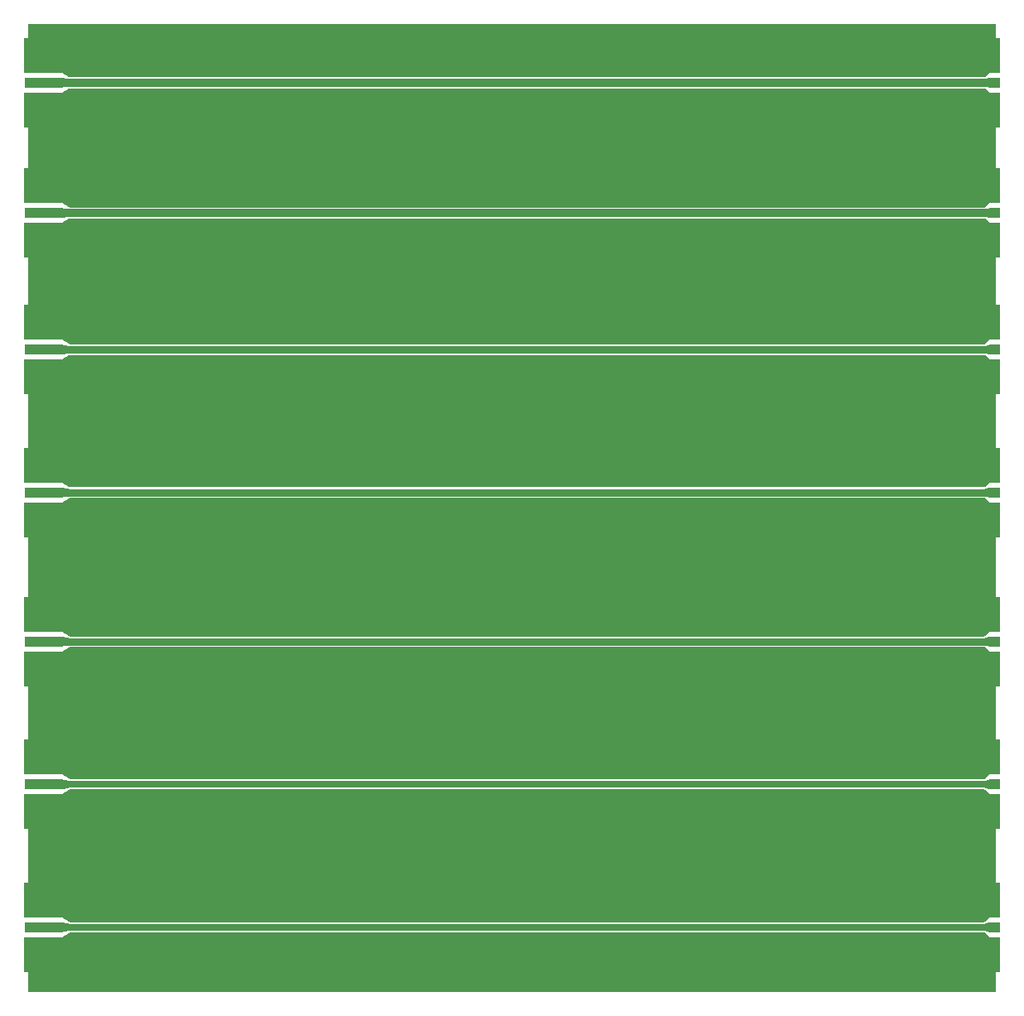
<source format=gtl>
G04 EAGLE Gerber RS-274X export*
G75*
%MOMM*%
%FSLAX34Y34*%
%LPD*%
%INTop Copper Layer*%
%IPPOS*%
%AMOC8*
5,1,8,0,0,1.08239X$1,22.5*%
G01*
%ADD10R,4.572000X2.540000*%
%ADD11R,1.016000X1.016000*%
%ADD12C,0.554000*%
%ADD13R,0.127000X0.127000*%
%ADD14R,3.810000X1.016000*%
%ADD15C,0.704000*%
%ADD16C,0.685800*%
%ADD17C,0.711200*%
%ADD18C,0.762000*%
%ADD19C,0.787400*%
%ADD20C,0.812800*%
%ADD21C,0.838200*%
%ADD22C,0.736600*%

G36*
X980726Y367172D02*
X980726Y367172D01*
X980817Y367180D01*
X980847Y367192D01*
X980879Y367197D01*
X980959Y367240D01*
X981044Y367276D01*
X981076Y367302D01*
X981086Y367307D01*
X981089Y367308D01*
X981191Y367324D01*
X981208Y367334D01*
X981228Y367338D01*
X981317Y367391D01*
X981408Y367440D01*
X981422Y367454D01*
X981439Y367464D01*
X981506Y367543D01*
X981578Y367618D01*
X981586Y367636D01*
X981599Y367651D01*
X981628Y367723D01*
X981686Y367772D01*
X981701Y367790D01*
X981705Y367793D01*
X981705Y367792D01*
X981706Y367791D01*
X981706Y367789D01*
X981708Y367789D01*
X981709Y367787D01*
X981711Y367789D01*
X981713Y367788D01*
X986792Y372105D01*
X996950Y372105D01*
X996955Y372109D01*
X996955Y372110D01*
X996955Y382270D01*
X996951Y382275D01*
X996950Y382275D01*
X993139Y382275D01*
X993139Y494025D01*
X996950Y494025D01*
X996955Y494029D01*
X996955Y494030D01*
X996955Y504190D01*
X996951Y504195D01*
X996950Y504195D01*
X986792Y504195D01*
X981713Y508512D01*
X981712Y508512D01*
X981711Y508513D01*
X981709Y508512D01*
X981707Y508512D01*
X981707Y508509D01*
X981705Y508508D01*
X981705Y508507D01*
X981686Y508528D01*
X981633Y508573D01*
X981603Y508623D01*
X981554Y508714D01*
X981540Y508728D01*
X981530Y508745D01*
X981451Y508812D01*
X981376Y508884D01*
X981358Y508892D01*
X981343Y508905D01*
X981247Y508944D01*
X981153Y508987D01*
X981133Y508989D01*
X981115Y508997D01*
X980948Y509015D01*
X46482Y509015D01*
X46462Y509012D01*
X46443Y509014D01*
X46341Y508992D01*
X46239Y508976D01*
X46222Y508966D01*
X46202Y508962D01*
X46113Y508909D01*
X46022Y508860D01*
X46008Y508846D01*
X45991Y508836D01*
X45924Y508757D01*
X45852Y508682D01*
X45844Y508664D01*
X45831Y508649D01*
X45792Y508553D01*
X45749Y508459D01*
X45747Y508439D01*
X45739Y508421D01*
X45721Y508258D01*
X45721Y508259D01*
X45719Y508258D01*
X45717Y508258D01*
X38945Y504195D01*
X0Y504195D01*
X-5Y504191D01*
X-5Y504190D01*
X-5Y494030D01*
X-1Y494025D01*
X0Y494025D01*
X4518Y494025D01*
X4431Y494006D01*
X4329Y493990D01*
X4312Y493980D01*
X4292Y493976D01*
X4203Y493923D01*
X4112Y493874D01*
X4098Y493860D01*
X4081Y493850D01*
X4014Y493771D01*
X3942Y493696D01*
X3934Y493678D01*
X3921Y493663D01*
X3882Y493567D01*
X3839Y493473D01*
X3837Y493453D01*
X3829Y493435D01*
X3811Y493268D01*
X3811Y383032D01*
X3814Y383012D01*
X3812Y382993D01*
X3834Y382891D01*
X3850Y382789D01*
X3860Y382772D01*
X3864Y382752D01*
X3917Y382663D01*
X3966Y382572D01*
X3980Y382558D01*
X3990Y382541D01*
X4069Y382474D01*
X4144Y382402D01*
X4162Y382394D01*
X4177Y382381D01*
X4273Y382342D01*
X4367Y382299D01*
X4387Y382297D01*
X4405Y382289D01*
X4533Y382275D01*
X0Y382275D01*
X-5Y382271D01*
X-5Y382270D01*
X-5Y372110D01*
X-1Y372105D01*
X0Y372105D01*
X38945Y372105D01*
X45717Y368042D01*
X45719Y368042D01*
X45719Y368041D01*
X45721Y368042D01*
X45724Y368026D01*
X45722Y368007D01*
X45744Y367905D01*
X45760Y367803D01*
X45770Y367786D01*
X45774Y367766D01*
X45827Y367677D01*
X45876Y367586D01*
X45890Y367572D01*
X45900Y367555D01*
X45979Y367488D01*
X46054Y367416D01*
X46072Y367408D01*
X46087Y367395D01*
X46183Y367356D01*
X46277Y367313D01*
X46297Y367311D01*
X46315Y367303D01*
X46364Y367298D01*
X46399Y367268D01*
X46429Y367256D01*
X46455Y367237D01*
X46542Y367210D01*
X46627Y367176D01*
X46668Y367172D01*
X46690Y367165D01*
X46723Y367166D01*
X46794Y367158D01*
X980636Y367158D01*
X980726Y367172D01*
G37*
G36*
X980248Y74814D02*
X980248Y74814D01*
X980309Y74814D01*
X980368Y74833D01*
X980430Y74843D01*
X980484Y74872D01*
X980542Y74892D01*
X980592Y74929D01*
X980647Y74959D01*
X980656Y74968D01*
X980726Y74986D01*
X980834Y75032D01*
X980949Y75081D01*
X980950Y75082D01*
X980952Y75083D01*
X980957Y75087D01*
X981080Y75186D01*
X981104Y75210D01*
X981191Y75224D01*
X981208Y75234D01*
X981228Y75238D01*
X981317Y75291D01*
X981408Y75340D01*
X981422Y75354D01*
X981439Y75364D01*
X981506Y75443D01*
X981578Y75518D01*
X981586Y75536D01*
X981599Y75551D01*
X981628Y75623D01*
X981686Y75672D01*
X981701Y75690D01*
X981705Y75693D01*
X981705Y75692D01*
X981706Y75691D01*
X981706Y75689D01*
X981708Y75689D01*
X981709Y75687D01*
X981711Y75689D01*
X981713Y75688D01*
X986792Y80005D01*
X996950Y80005D01*
X996955Y80009D01*
X996955Y80010D01*
X996955Y90170D01*
X996951Y90175D01*
X996950Y90175D01*
X993139Y90175D01*
X993139Y195575D01*
X996950Y195575D01*
X996955Y195579D01*
X996955Y195580D01*
X996955Y205740D01*
X996951Y205745D01*
X996950Y205745D01*
X986792Y205745D01*
X981713Y210062D01*
X981712Y210062D01*
X981711Y210063D01*
X981709Y210062D01*
X981707Y210062D01*
X981707Y210059D01*
X981705Y210058D01*
X981705Y210057D01*
X981686Y210078D01*
X981633Y210123D01*
X981603Y210173D01*
X981554Y210264D01*
X981540Y210278D01*
X981530Y210295D01*
X981451Y210362D01*
X981376Y210434D01*
X981358Y210442D01*
X981343Y210455D01*
X981247Y210494D01*
X981153Y210537D01*
X981133Y210539D01*
X981115Y210547D01*
X981095Y210549D01*
X981080Y210564D01*
X980982Y210635D01*
X980883Y210706D01*
X980881Y210707D01*
X980880Y210708D01*
X980873Y210710D01*
X980726Y210764D01*
X980597Y210797D01*
X980588Y210797D01*
X980579Y210801D01*
X980413Y210819D01*
X47078Y210819D01*
X47047Y210814D01*
X47016Y210817D01*
X46926Y210794D01*
X46835Y210780D01*
X46808Y210765D01*
X46778Y210758D01*
X46699Y210708D01*
X46699Y210707D01*
X46693Y210706D01*
X46666Y210697D01*
X46637Y210695D01*
X46550Y210658D01*
X46460Y210627D01*
X46438Y210610D01*
X46411Y210599D01*
X46340Y210542D01*
X46239Y210526D01*
X46222Y210516D01*
X46202Y210512D01*
X46113Y210459D01*
X46022Y210410D01*
X46008Y210396D01*
X45991Y210386D01*
X45924Y210307D01*
X45852Y210232D01*
X45844Y210214D01*
X45831Y210199D01*
X45792Y210103D01*
X45749Y210009D01*
X45747Y209989D01*
X45739Y209971D01*
X45721Y209808D01*
X45721Y209809D01*
X45719Y209808D01*
X45717Y209808D01*
X38945Y205745D01*
X0Y205745D01*
X-5Y205741D01*
X-5Y205740D01*
X-5Y195580D01*
X-1Y195575D01*
X0Y195575D01*
X4518Y195575D01*
X4431Y195556D01*
X4329Y195540D01*
X4312Y195530D01*
X4292Y195526D01*
X4203Y195473D01*
X4112Y195424D01*
X4098Y195410D01*
X4081Y195400D01*
X4014Y195321D01*
X3942Y195246D01*
X3934Y195228D01*
X3921Y195213D01*
X3882Y195117D01*
X3839Y195023D01*
X3837Y195003D01*
X3829Y194985D01*
X3811Y194818D01*
X3811Y90932D01*
X3814Y90912D01*
X3812Y90893D01*
X3834Y90791D01*
X3850Y90689D01*
X3860Y90672D01*
X3864Y90652D01*
X3917Y90563D01*
X3966Y90472D01*
X3980Y90458D01*
X3990Y90441D01*
X4069Y90374D01*
X4144Y90302D01*
X4162Y90294D01*
X4177Y90281D01*
X4273Y90242D01*
X4367Y90199D01*
X4387Y90197D01*
X4405Y90189D01*
X4533Y90175D01*
X0Y90175D01*
X-5Y90171D01*
X-5Y90170D01*
X-5Y80010D01*
X-1Y80005D01*
X0Y80005D01*
X38945Y80005D01*
X45717Y75942D01*
X45719Y75942D01*
X45719Y75941D01*
X45721Y75942D01*
X45724Y75926D01*
X45722Y75907D01*
X45744Y75805D01*
X45760Y75703D01*
X45770Y75686D01*
X45774Y75666D01*
X45827Y75577D01*
X45876Y75486D01*
X45890Y75472D01*
X45900Y75455D01*
X45979Y75388D01*
X46054Y75316D01*
X46072Y75308D01*
X46087Y75295D01*
X46183Y75256D01*
X46277Y75213D01*
X46297Y75211D01*
X46315Y75203D01*
X46352Y75199D01*
X46403Y75168D01*
X46480Y75113D01*
X46507Y75104D01*
X46532Y75089D01*
X46587Y75073D01*
X46657Y75014D01*
X46722Y74948D01*
X46750Y74934D01*
X46774Y74914D01*
X46860Y74879D01*
X46942Y74838D01*
X46973Y74834D01*
X47002Y74822D01*
X47169Y74804D01*
X980187Y74804D01*
X980248Y74814D01*
G37*
G36*
X980422Y220982D02*
X980422Y220982D01*
X980431Y220981D01*
X980597Y221003D01*
X980726Y221036D01*
X980835Y221083D01*
X980949Y221131D01*
X980950Y221132D01*
X980952Y221133D01*
X980956Y221137D01*
X981080Y221236D01*
X981104Y221260D01*
X981191Y221274D01*
X981208Y221284D01*
X981228Y221288D01*
X981317Y221341D01*
X981408Y221390D01*
X981422Y221404D01*
X981439Y221414D01*
X981506Y221493D01*
X981578Y221568D01*
X981586Y221586D01*
X981599Y221601D01*
X981628Y221673D01*
X981686Y221722D01*
X981701Y221740D01*
X981705Y221743D01*
X981705Y221742D01*
X981706Y221741D01*
X981706Y221739D01*
X981708Y221739D01*
X981709Y221737D01*
X981711Y221739D01*
X981713Y221738D01*
X986792Y226055D01*
X996950Y226055D01*
X996955Y226059D01*
X996955Y226060D01*
X996955Y236220D01*
X996951Y236225D01*
X996950Y236225D01*
X993139Y236225D01*
X993139Y341625D01*
X996950Y341625D01*
X996955Y341629D01*
X996955Y341630D01*
X996955Y351790D01*
X996951Y351795D01*
X996950Y351795D01*
X986792Y351795D01*
X981713Y356112D01*
X981712Y356112D01*
X981711Y356113D01*
X981709Y356112D01*
X981707Y356112D01*
X981707Y356109D01*
X981705Y356108D01*
X981705Y356107D01*
X981686Y356128D01*
X981633Y356173D01*
X981603Y356223D01*
X981554Y356314D01*
X981540Y356328D01*
X981530Y356345D01*
X981451Y356412D01*
X981376Y356484D01*
X981358Y356492D01*
X981343Y356505D01*
X981247Y356544D01*
X981153Y356587D01*
X981133Y356589D01*
X981115Y356597D01*
X981066Y356602D01*
X981031Y356632D01*
X981001Y356644D01*
X980975Y356663D01*
X980888Y356690D01*
X980803Y356724D01*
X980762Y356728D01*
X980740Y356735D01*
X980707Y356734D01*
X980636Y356742D01*
X46794Y356742D01*
X46704Y356728D01*
X46613Y356720D01*
X46583Y356708D01*
X46551Y356703D01*
X46471Y356660D01*
X46386Y356624D01*
X46354Y356598D01*
X46344Y356593D01*
X46341Y356592D01*
X46239Y356576D01*
X46222Y356566D01*
X46202Y356562D01*
X46113Y356509D01*
X46022Y356460D01*
X46008Y356446D01*
X45991Y356436D01*
X45924Y356357D01*
X45852Y356282D01*
X45844Y356264D01*
X45831Y356249D01*
X45792Y356153D01*
X45749Y356059D01*
X45747Y356039D01*
X45739Y356021D01*
X45721Y355858D01*
X45721Y355859D01*
X45719Y355858D01*
X45717Y355858D01*
X38945Y351795D01*
X0Y351795D01*
X-5Y351791D01*
X-5Y351790D01*
X-5Y341630D01*
X-1Y341625D01*
X0Y341625D01*
X4518Y341625D01*
X4431Y341606D01*
X4329Y341590D01*
X4312Y341580D01*
X4292Y341576D01*
X4203Y341523D01*
X4112Y341474D01*
X4098Y341460D01*
X4081Y341450D01*
X4014Y341371D01*
X3942Y341296D01*
X3934Y341278D01*
X3921Y341263D01*
X3882Y341167D01*
X3839Y341073D01*
X3837Y341053D01*
X3829Y341035D01*
X3811Y340868D01*
X3811Y236982D01*
X3814Y236962D01*
X3812Y236943D01*
X3834Y236841D01*
X3850Y236739D01*
X3860Y236722D01*
X3864Y236702D01*
X3917Y236613D01*
X3966Y236522D01*
X3980Y236508D01*
X3990Y236491D01*
X4069Y236424D01*
X4144Y236352D01*
X4162Y236344D01*
X4177Y236331D01*
X4273Y236292D01*
X4367Y236249D01*
X4387Y236247D01*
X4405Y236239D01*
X4533Y236225D01*
X0Y236225D01*
X-5Y236221D01*
X-5Y236220D01*
X-5Y226060D01*
X-1Y226055D01*
X0Y226055D01*
X38945Y226055D01*
X45717Y221992D01*
X45719Y221992D01*
X45719Y221991D01*
X45721Y221992D01*
X45724Y221976D01*
X45722Y221957D01*
X45744Y221855D01*
X45760Y221753D01*
X45770Y221736D01*
X45774Y221716D01*
X45827Y221627D01*
X45876Y221536D01*
X45890Y221522D01*
X45900Y221505D01*
X45979Y221438D01*
X46054Y221366D01*
X46072Y221358D01*
X46087Y221345D01*
X46183Y221306D01*
X46277Y221263D01*
X46297Y221261D01*
X46315Y221253D01*
X46352Y221249D01*
X46403Y221218D01*
X46480Y221163D01*
X46507Y221154D01*
X46532Y221139D01*
X46674Y221099D01*
X46683Y221091D01*
X46769Y221056D01*
X46852Y221015D01*
X46882Y221011D01*
X46911Y220999D01*
X47078Y220981D01*
X980413Y220981D01*
X980422Y220982D01*
G37*
G36*
X980968Y519688D02*
X980968Y519688D01*
X980987Y519686D01*
X981089Y519708D01*
X981191Y519724D01*
X981208Y519734D01*
X981228Y519738D01*
X981317Y519791D01*
X981408Y519840D01*
X981422Y519854D01*
X981439Y519864D01*
X981506Y519943D01*
X981578Y520018D01*
X981586Y520036D01*
X981599Y520051D01*
X981628Y520123D01*
X981686Y520172D01*
X981701Y520190D01*
X981705Y520193D01*
X981705Y520192D01*
X981706Y520191D01*
X981706Y520189D01*
X981708Y520189D01*
X981709Y520187D01*
X981711Y520189D01*
X981713Y520188D01*
X986792Y524505D01*
X996950Y524505D01*
X996955Y524509D01*
X996955Y524510D01*
X996955Y534670D01*
X996951Y534675D01*
X996950Y534675D01*
X993139Y534675D01*
X993139Y640075D01*
X996950Y640075D01*
X996955Y640079D01*
X996955Y640080D01*
X996955Y650240D01*
X996951Y650245D01*
X996950Y650245D01*
X986792Y650245D01*
X981713Y654562D01*
X981712Y654562D01*
X981711Y654563D01*
X981709Y654562D01*
X981707Y654562D01*
X981707Y654559D01*
X981705Y654558D01*
X981705Y654557D01*
X981686Y654578D01*
X981475Y654757D01*
X981423Y654788D01*
X981377Y654828D01*
X981318Y654851D01*
X981264Y654884D01*
X981205Y654897D01*
X981148Y654920D01*
X981056Y654930D01*
X981024Y654937D01*
X981008Y654935D01*
X980982Y654938D01*
X46482Y654938D01*
X46462Y654935D01*
X46443Y654937D01*
X46341Y654915D01*
X46239Y654899D01*
X46222Y654889D01*
X46202Y654885D01*
X46113Y654832D01*
X46022Y654783D01*
X46008Y654769D01*
X45991Y654759D01*
X45924Y654680D01*
X45852Y654605D01*
X45844Y654587D01*
X45831Y654572D01*
X45792Y654476D01*
X45749Y654382D01*
X45747Y654362D01*
X45739Y654344D01*
X45725Y654216D01*
X45725Y654304D01*
X45724Y654305D01*
X45725Y654306D01*
X45723Y654307D01*
X45721Y654309D01*
X45719Y654308D01*
X45717Y654308D01*
X38945Y650245D01*
X0Y650245D01*
X-5Y650241D01*
X-5Y650240D01*
X-5Y640080D01*
X-1Y640075D01*
X0Y640075D01*
X4518Y640075D01*
X4431Y640056D01*
X4329Y640040D01*
X4312Y640030D01*
X4292Y640026D01*
X4203Y639973D01*
X4112Y639924D01*
X4098Y639910D01*
X4081Y639900D01*
X4014Y639821D01*
X3942Y639746D01*
X3934Y639728D01*
X3921Y639713D01*
X3882Y639617D01*
X3839Y639523D01*
X3837Y639503D01*
X3829Y639485D01*
X3811Y639318D01*
X3811Y535432D01*
X3814Y535412D01*
X3812Y535393D01*
X3834Y535291D01*
X3850Y535189D01*
X3860Y535172D01*
X3864Y535152D01*
X3917Y535063D01*
X3966Y534972D01*
X3980Y534958D01*
X3990Y534941D01*
X4069Y534874D01*
X4144Y534802D01*
X4162Y534794D01*
X4177Y534781D01*
X4273Y534742D01*
X4367Y534699D01*
X4387Y534697D01*
X4405Y534689D01*
X4533Y534675D01*
X0Y534675D01*
X-5Y534671D01*
X-5Y534670D01*
X-5Y524510D01*
X-1Y524505D01*
X0Y524505D01*
X38945Y524505D01*
X45717Y520442D01*
X45719Y520442D01*
X45719Y520441D01*
X45721Y520442D01*
X45724Y520426D01*
X45722Y520407D01*
X45744Y520305D01*
X45760Y520203D01*
X45770Y520186D01*
X45774Y520166D01*
X45827Y520077D01*
X45876Y519986D01*
X45890Y519972D01*
X45900Y519955D01*
X45979Y519888D01*
X46054Y519816D01*
X46072Y519808D01*
X46087Y519795D01*
X46183Y519756D01*
X46277Y519713D01*
X46297Y519711D01*
X46315Y519703D01*
X46482Y519685D01*
X980948Y519685D01*
X980968Y519688D01*
G37*
G36*
X981042Y665872D02*
X981042Y665872D01*
X981102Y665871D01*
X981162Y665891D01*
X981224Y665901D01*
X981278Y665930D01*
X981336Y665949D01*
X981413Y666001D01*
X981442Y666017D01*
X981453Y666028D01*
X981475Y666043D01*
X981686Y666222D01*
X981701Y666240D01*
X981705Y666243D01*
X981705Y666242D01*
X981706Y666241D01*
X981706Y666239D01*
X981708Y666239D01*
X981709Y666237D01*
X981711Y666239D01*
X981713Y666238D01*
X986792Y670555D01*
X996950Y670555D01*
X996955Y670559D01*
X996955Y670560D01*
X996955Y680720D01*
X996951Y680725D01*
X996950Y680725D01*
X993139Y680725D01*
X993139Y779775D01*
X996950Y779775D01*
X996955Y779779D01*
X996955Y779780D01*
X996955Y789940D01*
X996951Y789945D01*
X996950Y789945D01*
X986792Y789945D01*
X981713Y794262D01*
X981712Y794262D01*
X981711Y794263D01*
X981709Y794262D01*
X981707Y794262D01*
X981707Y794259D01*
X981705Y794258D01*
X981705Y794257D01*
X981686Y794278D01*
X981624Y794330D01*
X981572Y794361D01*
X981526Y794401D01*
X981467Y794424D01*
X981413Y794457D01*
X981354Y794470D01*
X981298Y794493D01*
X981205Y794503D01*
X981173Y794510D01*
X981157Y794508D01*
X981131Y794511D01*
X46482Y794511D01*
X46462Y794508D01*
X46443Y794510D01*
X46341Y794488D01*
X46239Y794472D01*
X46222Y794462D01*
X46202Y794458D01*
X46113Y794405D01*
X46022Y794356D01*
X46008Y794342D01*
X45991Y794332D01*
X45924Y794253D01*
X45852Y794178D01*
X45844Y794160D01*
X45831Y794145D01*
X45792Y794049D01*
X45749Y793955D01*
X45747Y793935D01*
X45739Y793917D01*
X45725Y793789D01*
X45725Y794004D01*
X45724Y794005D01*
X45725Y794006D01*
X45723Y794007D01*
X45721Y794009D01*
X45719Y794008D01*
X45717Y794008D01*
X38945Y789945D01*
X0Y789945D01*
X-5Y789941D01*
X-5Y789940D01*
X-5Y779780D01*
X-1Y779775D01*
X0Y779775D01*
X4518Y779775D01*
X4431Y779756D01*
X4329Y779740D01*
X4312Y779730D01*
X4292Y779726D01*
X4203Y779673D01*
X4112Y779624D01*
X4098Y779610D01*
X4081Y779600D01*
X4014Y779521D01*
X3942Y779446D01*
X3934Y779428D01*
X3921Y779413D01*
X3882Y779317D01*
X3839Y779223D01*
X3837Y779203D01*
X3829Y779185D01*
X3811Y779018D01*
X3811Y681482D01*
X3814Y681462D01*
X3812Y681443D01*
X3834Y681341D01*
X3850Y681239D01*
X3860Y681222D01*
X3864Y681202D01*
X3917Y681113D01*
X3966Y681022D01*
X3980Y681008D01*
X3990Y680991D01*
X4069Y680924D01*
X4144Y680852D01*
X4162Y680844D01*
X4177Y680831D01*
X4273Y680792D01*
X4367Y680749D01*
X4387Y680747D01*
X4405Y680739D01*
X4533Y680725D01*
X0Y680725D01*
X-5Y680721D01*
X-5Y680720D01*
X-5Y670560D01*
X-1Y670555D01*
X0Y670555D01*
X38945Y670555D01*
X45717Y666492D01*
X45719Y666492D01*
X45719Y666491D01*
X45721Y666492D01*
X45724Y666493D01*
X45724Y666495D01*
X45725Y666496D01*
X45725Y666569D01*
X45744Y666482D01*
X45760Y666380D01*
X45770Y666363D01*
X45774Y666343D01*
X45827Y666254D01*
X45876Y666163D01*
X45890Y666149D01*
X45900Y666132D01*
X45979Y666065D01*
X46054Y665993D01*
X46072Y665985D01*
X46087Y665972D01*
X46183Y665933D01*
X46277Y665890D01*
X46297Y665888D01*
X46315Y665880D01*
X46482Y665862D01*
X980982Y665862D01*
X981042Y665872D01*
G37*
G36*
X981191Y805699D02*
X981191Y805699D01*
X981252Y805698D01*
X981312Y805718D01*
X981374Y805728D01*
X981427Y805757D01*
X981485Y805776D01*
X981563Y805828D01*
X981591Y805844D01*
X981602Y805855D01*
X981624Y805870D01*
X981686Y805922D01*
X981700Y805940D01*
X981705Y805943D01*
X981705Y805942D01*
X981706Y805941D01*
X981706Y805939D01*
X981708Y805939D01*
X981709Y805937D01*
X981711Y805939D01*
X981713Y805938D01*
X986792Y810255D01*
X996950Y810255D01*
X996955Y810259D01*
X996955Y810260D01*
X996955Y820420D01*
X996951Y820425D01*
X996950Y820425D01*
X993139Y820425D01*
X993139Y913125D01*
X996950Y913125D01*
X996955Y913129D01*
X996955Y913130D01*
X996955Y923290D01*
X996951Y923295D01*
X996950Y923295D01*
X986792Y923295D01*
X981713Y927612D01*
X981712Y927612D01*
X981711Y927613D01*
X981709Y927612D01*
X981707Y927612D01*
X981707Y927609D01*
X981705Y927608D01*
X981705Y927587D01*
X981662Y927624D01*
X981632Y927636D01*
X981606Y927655D01*
X981519Y927682D01*
X981434Y927716D01*
X981393Y927720D01*
X981371Y927727D01*
X981339Y927726D01*
X981267Y927734D01*
X46482Y927734D01*
X46462Y927731D01*
X46443Y927733D01*
X46341Y927711D01*
X46239Y927695D01*
X46222Y927685D01*
X46202Y927681D01*
X46113Y927628D01*
X46022Y927579D01*
X46008Y927565D01*
X45991Y927555D01*
X45924Y927476D01*
X45852Y927401D01*
X45844Y927383D01*
X45831Y927368D01*
X45792Y927272D01*
X45749Y927178D01*
X45747Y927158D01*
X45739Y927140D01*
X45725Y927012D01*
X45725Y927354D01*
X45724Y927355D01*
X45725Y927356D01*
X45723Y927357D01*
X45721Y927359D01*
X45719Y927358D01*
X45717Y927358D01*
X38945Y923295D01*
X0Y923295D01*
X-5Y923291D01*
X-5Y923290D01*
X-5Y913130D01*
X-1Y913125D01*
X0Y913125D01*
X4518Y913125D01*
X4431Y913106D01*
X4329Y913090D01*
X4312Y913080D01*
X4292Y913076D01*
X4203Y913023D01*
X4112Y912974D01*
X4098Y912960D01*
X4081Y912950D01*
X4014Y912871D01*
X3942Y912796D01*
X3934Y912778D01*
X3921Y912763D01*
X3882Y912667D01*
X3839Y912573D01*
X3837Y912553D01*
X3829Y912535D01*
X3811Y912368D01*
X3811Y821182D01*
X3814Y821162D01*
X3812Y821143D01*
X3834Y821041D01*
X3850Y820939D01*
X3860Y820922D01*
X3864Y820902D01*
X3917Y820813D01*
X3966Y820722D01*
X3980Y820708D01*
X3990Y820691D01*
X4069Y820624D01*
X4144Y820552D01*
X4162Y820544D01*
X4177Y820531D01*
X4273Y820492D01*
X4367Y820449D01*
X4387Y820447D01*
X4405Y820439D01*
X4533Y820425D01*
X0Y820425D01*
X-5Y820421D01*
X-5Y820420D01*
X-5Y810260D01*
X-1Y810255D01*
X0Y810255D01*
X38945Y810255D01*
X45717Y806192D01*
X45719Y806192D01*
X45719Y806191D01*
X45721Y806192D01*
X45724Y806193D01*
X45724Y806195D01*
X45725Y806196D01*
X45725Y806396D01*
X45744Y806309D01*
X45760Y806207D01*
X45770Y806190D01*
X45774Y806170D01*
X45827Y806081D01*
X45876Y805990D01*
X45890Y805976D01*
X45900Y805959D01*
X45979Y805892D01*
X46054Y805820D01*
X46072Y805812D01*
X46087Y805799D01*
X46183Y805760D01*
X46277Y805717D01*
X46297Y805715D01*
X46315Y805707D01*
X46482Y805689D01*
X981131Y805689D01*
X981191Y805699D01*
G37*
G36*
X992398Y3814D02*
X992398Y3814D01*
X992417Y3812D01*
X992519Y3834D01*
X992621Y3850D01*
X992638Y3860D01*
X992658Y3864D01*
X992747Y3917D01*
X992838Y3966D01*
X992852Y3980D01*
X992869Y3990D01*
X992936Y4069D01*
X993008Y4144D01*
X993016Y4162D01*
X993029Y4177D01*
X993068Y4273D01*
X993111Y4367D01*
X993113Y4387D01*
X993121Y4405D01*
X993139Y4572D01*
X993139Y49525D01*
X996950Y49525D01*
X996955Y49529D01*
X996955Y49530D01*
X996955Y59690D01*
X996951Y59695D01*
X996950Y59695D01*
X986792Y59695D01*
X981713Y64012D01*
X981712Y64012D01*
X981711Y64013D01*
X981709Y64012D01*
X981707Y64012D01*
X981707Y64009D01*
X981705Y64008D01*
X981705Y64007D01*
X981686Y64028D01*
X981633Y64073D01*
X981603Y64123D01*
X981554Y64214D01*
X981540Y64228D01*
X981530Y64245D01*
X981451Y64312D01*
X981376Y64384D01*
X981358Y64392D01*
X981343Y64405D01*
X981247Y64444D01*
X981153Y64487D01*
X981133Y64489D01*
X981115Y64497D01*
X981095Y64499D01*
X981080Y64514D01*
X980982Y64584D01*
X980977Y64588D01*
X980963Y64600D01*
X980957Y64603D01*
X980883Y64656D01*
X980881Y64657D01*
X980880Y64658D01*
X980873Y64660D01*
X980726Y64714D01*
X980649Y64734D01*
X980629Y64746D01*
X980582Y64786D01*
X980524Y64809D01*
X980470Y64842D01*
X980411Y64855D01*
X980354Y64878D01*
X980262Y64888D01*
X980230Y64895D01*
X980214Y64893D01*
X980187Y64896D01*
X47169Y64896D01*
X47138Y64891D01*
X47107Y64894D01*
X47017Y64871D01*
X46926Y64857D01*
X46898Y64842D01*
X46868Y64835D01*
X46790Y64785D01*
X46708Y64741D01*
X46687Y64719D01*
X46661Y64702D01*
X46592Y64626D01*
X46550Y64608D01*
X46460Y64577D01*
X46438Y64560D01*
X46411Y64549D01*
X46340Y64492D01*
X46239Y64476D01*
X46222Y64466D01*
X46202Y64462D01*
X46113Y64409D01*
X46022Y64360D01*
X46008Y64346D01*
X45991Y64336D01*
X45924Y64257D01*
X45852Y64182D01*
X45844Y64164D01*
X45831Y64149D01*
X45792Y64053D01*
X45749Y63959D01*
X45747Y63939D01*
X45739Y63921D01*
X45721Y63758D01*
X45721Y63759D01*
X45719Y63758D01*
X45717Y63758D01*
X38945Y59695D01*
X0Y59695D01*
X-5Y59691D01*
X-5Y59690D01*
X-5Y49530D01*
X-1Y49525D01*
X0Y49525D01*
X4518Y49525D01*
X4431Y49506D01*
X4329Y49490D01*
X4312Y49480D01*
X4292Y49476D01*
X4203Y49423D01*
X4112Y49374D01*
X4098Y49360D01*
X4081Y49350D01*
X4014Y49271D01*
X3942Y49196D01*
X3934Y49178D01*
X3921Y49163D01*
X3882Y49067D01*
X3839Y48973D01*
X3837Y48953D01*
X3829Y48935D01*
X3811Y48768D01*
X3811Y4572D01*
X3814Y4552D01*
X3812Y4533D01*
X3834Y4431D01*
X3850Y4329D01*
X3860Y4312D01*
X3864Y4292D01*
X3917Y4203D01*
X3966Y4112D01*
X3980Y4098D01*
X3990Y4081D01*
X4069Y4014D01*
X4144Y3942D01*
X4162Y3934D01*
X4177Y3921D01*
X4273Y3882D01*
X4367Y3839D01*
X4387Y3837D01*
X4405Y3829D01*
X4572Y3811D01*
X992378Y3811D01*
X992398Y3814D01*
G37*
G36*
X981357Y939180D02*
X981357Y939180D01*
X981448Y939188D01*
X981478Y939200D01*
X981510Y939205D01*
X981591Y939248D01*
X981675Y939284D01*
X981705Y939308D01*
X981705Y939292D01*
X981706Y939291D01*
X981706Y939289D01*
X981708Y939289D01*
X981709Y939287D01*
X981711Y939289D01*
X981713Y939288D01*
X986792Y943605D01*
X996950Y943605D01*
X996955Y943609D01*
X996955Y943610D01*
X996955Y953770D01*
X996951Y953775D01*
X996950Y953775D01*
X993139Y953775D01*
X993139Y992378D01*
X993136Y992398D01*
X993138Y992417D01*
X993116Y992519D01*
X993100Y992621D01*
X993090Y992638D01*
X993086Y992658D01*
X993033Y992747D01*
X992984Y992838D01*
X992970Y992852D01*
X992960Y992869D01*
X992881Y992936D01*
X992806Y993008D01*
X992788Y993016D01*
X992773Y993029D01*
X992677Y993068D01*
X992583Y993111D01*
X992563Y993113D01*
X992545Y993121D01*
X992378Y993139D01*
X4572Y993139D01*
X4552Y993136D01*
X4533Y993138D01*
X4431Y993116D01*
X4329Y993100D01*
X4312Y993090D01*
X4292Y993086D01*
X4203Y993033D01*
X4112Y992984D01*
X4098Y992970D01*
X4081Y992960D01*
X4014Y992881D01*
X3942Y992806D01*
X3934Y992788D01*
X3921Y992773D01*
X3882Y992677D01*
X3839Y992583D01*
X3837Y992563D01*
X3829Y992545D01*
X3811Y992378D01*
X3811Y954532D01*
X3814Y954512D01*
X3812Y954493D01*
X3834Y954391D01*
X3850Y954289D01*
X3860Y954272D01*
X3864Y954252D01*
X3917Y954163D01*
X3966Y954072D01*
X3980Y954058D01*
X3990Y954041D01*
X4069Y953974D01*
X4144Y953902D01*
X4162Y953894D01*
X4177Y953881D01*
X4273Y953842D01*
X4367Y953799D01*
X4387Y953797D01*
X4405Y953789D01*
X4533Y953775D01*
X0Y953775D01*
X-5Y953771D01*
X-5Y953770D01*
X-5Y943610D01*
X-1Y943605D01*
X0Y943605D01*
X38945Y943605D01*
X45717Y939542D01*
X45719Y939542D01*
X45719Y939541D01*
X45721Y939542D01*
X45724Y939543D01*
X45724Y939545D01*
X45725Y939546D01*
X45725Y939873D01*
X45744Y939786D01*
X45760Y939684D01*
X45770Y939667D01*
X45774Y939647D01*
X45827Y939558D01*
X45876Y939467D01*
X45890Y939453D01*
X45900Y939436D01*
X45979Y939369D01*
X46054Y939297D01*
X46072Y939289D01*
X46087Y939276D01*
X46183Y939237D01*
X46277Y939194D01*
X46297Y939192D01*
X46315Y939184D01*
X46482Y939166D01*
X981267Y939166D01*
X981357Y939180D01*
G37*
G36*
X38100Y928366D02*
X38100Y928366D01*
X38101Y928365D01*
X45721Y929635D01*
X45724Y929639D01*
X45725Y929640D01*
X45725Y937260D01*
X45721Y937264D01*
X45721Y937265D01*
X38101Y938535D01*
X38100Y938534D01*
X38095Y938531D01*
X38096Y938531D01*
X38095Y938530D01*
X38095Y928370D01*
X38096Y928369D01*
X38099Y928365D01*
X38100Y928366D01*
G37*
G36*
X38100Y64766D02*
X38100Y64766D01*
X38101Y64765D01*
X45721Y66035D01*
X45724Y66039D01*
X45725Y66040D01*
X45725Y73660D01*
X45721Y73664D01*
X45721Y73665D01*
X38101Y74935D01*
X38100Y74934D01*
X38095Y74931D01*
X38096Y74931D01*
X38095Y74930D01*
X38095Y64770D01*
X38096Y64769D01*
X38099Y64765D01*
X38100Y64766D01*
G37*
G36*
X38100Y210816D02*
X38100Y210816D01*
X38101Y210815D01*
X45721Y212085D01*
X45724Y212089D01*
X45725Y212090D01*
X45725Y219710D01*
X45721Y219714D01*
X45721Y219715D01*
X38101Y220985D01*
X38100Y220984D01*
X38095Y220981D01*
X38096Y220981D01*
X38095Y220980D01*
X38095Y210820D01*
X38096Y210819D01*
X38099Y210815D01*
X38100Y210816D01*
G37*
G36*
X38100Y356866D02*
X38100Y356866D01*
X38101Y356865D01*
X45721Y358135D01*
X45724Y358139D01*
X45725Y358140D01*
X45725Y365760D01*
X45721Y365764D01*
X45721Y365765D01*
X38101Y367035D01*
X38100Y367034D01*
X38095Y367031D01*
X38096Y367031D01*
X38095Y367030D01*
X38095Y356870D01*
X38096Y356869D01*
X38099Y356865D01*
X38100Y356866D01*
G37*
G36*
X38100Y509266D02*
X38100Y509266D01*
X38101Y509265D01*
X45721Y510535D01*
X45724Y510539D01*
X45725Y510540D01*
X45725Y518160D01*
X45721Y518164D01*
X45721Y518165D01*
X38101Y519435D01*
X38100Y519434D01*
X38095Y519431D01*
X38096Y519431D01*
X38095Y519430D01*
X38095Y509270D01*
X38096Y509269D01*
X38099Y509265D01*
X38100Y509266D01*
G37*
G36*
X38100Y655316D02*
X38100Y655316D01*
X38101Y655315D01*
X45721Y656585D01*
X45724Y656589D01*
X45725Y656590D01*
X45725Y664210D01*
X45721Y664214D01*
X45721Y664215D01*
X38101Y665485D01*
X38100Y665484D01*
X38095Y665481D01*
X38096Y665481D01*
X38095Y665480D01*
X38095Y655320D01*
X38096Y655319D01*
X38099Y655315D01*
X38100Y655316D01*
G37*
G36*
X38100Y795016D02*
X38100Y795016D01*
X38101Y795015D01*
X45721Y796285D01*
X45724Y796289D01*
X45725Y796290D01*
X45725Y803910D01*
X45721Y803914D01*
X45721Y803915D01*
X38101Y805185D01*
X38100Y805184D01*
X38095Y805181D01*
X38096Y805181D01*
X38095Y805180D01*
X38095Y795020D01*
X38096Y795019D01*
X38099Y795015D01*
X38100Y795016D01*
G37*
G36*
X986790Y509266D02*
X986790Y509266D01*
X986795Y509268D01*
X986794Y509269D01*
X986795Y509270D01*
X986795Y519430D01*
X986795Y519431D01*
X986794Y519431D01*
X986791Y519435D01*
X986790Y519434D01*
X986789Y519435D01*
X981709Y518165D01*
X981706Y518161D01*
X981705Y518160D01*
X981705Y510540D01*
X981708Y510537D01*
X981709Y510535D01*
X986789Y509265D01*
X986790Y509266D01*
G37*
G36*
X986790Y356866D02*
X986790Y356866D01*
X986795Y356868D01*
X986794Y356869D01*
X986795Y356870D01*
X986795Y367030D01*
X986795Y367031D01*
X986794Y367031D01*
X986791Y367035D01*
X986790Y367034D01*
X986789Y367035D01*
X981709Y365765D01*
X981706Y365761D01*
X981705Y365760D01*
X981705Y358140D01*
X981708Y358137D01*
X981709Y358135D01*
X986789Y356865D01*
X986790Y356866D01*
G37*
G36*
X986790Y655316D02*
X986790Y655316D01*
X986795Y655318D01*
X986794Y655319D01*
X986795Y655320D01*
X986795Y665480D01*
X986795Y665481D01*
X986794Y665481D01*
X986791Y665485D01*
X986790Y665484D01*
X986789Y665485D01*
X981709Y664215D01*
X981706Y664211D01*
X981705Y664210D01*
X981705Y656590D01*
X981708Y656587D01*
X981709Y656585D01*
X986789Y655315D01*
X986790Y655316D01*
G37*
G36*
X986790Y210816D02*
X986790Y210816D01*
X986795Y210818D01*
X986794Y210819D01*
X986795Y210820D01*
X986795Y220980D01*
X986795Y220981D01*
X986794Y220981D01*
X986791Y220985D01*
X986790Y220984D01*
X986789Y220985D01*
X981709Y219715D01*
X981706Y219711D01*
X981705Y219710D01*
X981705Y212090D01*
X981708Y212087D01*
X981709Y212085D01*
X986789Y210815D01*
X986790Y210816D01*
G37*
G36*
X986790Y795016D02*
X986790Y795016D01*
X986795Y795018D01*
X986794Y795019D01*
X986795Y795020D01*
X986795Y805180D01*
X986795Y805181D01*
X986794Y805181D01*
X986791Y805185D01*
X986790Y805184D01*
X986789Y805185D01*
X981709Y803915D01*
X981706Y803911D01*
X981705Y803910D01*
X981705Y796290D01*
X981708Y796287D01*
X981709Y796285D01*
X986789Y795015D01*
X986790Y795016D01*
G37*
G36*
X986790Y64766D02*
X986790Y64766D01*
X986795Y64768D01*
X986794Y64769D01*
X986795Y64770D01*
X986795Y74930D01*
X986795Y74931D01*
X986794Y74931D01*
X986791Y74935D01*
X986790Y74934D01*
X986789Y74935D01*
X981709Y73665D01*
X981706Y73661D01*
X981705Y73660D01*
X981705Y66040D01*
X981708Y66037D01*
X981709Y66035D01*
X986789Y64765D01*
X986790Y64766D01*
G37*
G36*
X986790Y928366D02*
X986790Y928366D01*
X986795Y928368D01*
X986794Y928369D01*
X986795Y928370D01*
X986795Y938530D01*
X986795Y938531D01*
X986794Y938531D01*
X986791Y938535D01*
X986790Y938534D01*
X986789Y938535D01*
X981709Y937265D01*
X981706Y937261D01*
X981705Y937260D01*
X981705Y929640D01*
X981708Y929637D01*
X981709Y929635D01*
X986789Y928365D01*
X986790Y928366D01*
G37*
D10*
X974090Y102870D03*
X974090Y36830D03*
D11*
X991870Y69850D03*
D12*
X990600Y53340D03*
X957580Y83820D03*
X957580Y55880D03*
X990600Y86360D03*
X985520Y109220D03*
X960120Y109220D03*
X985520Y30480D03*
X960120Y30480D03*
X972820Y30480D03*
X972820Y109220D03*
X974090Y83820D03*
X974090Y55880D03*
D13*
X984250Y69850D03*
D10*
X22860Y36830D03*
X22860Y102870D03*
D14*
X19050Y69850D03*
D12*
X11430Y86360D03*
X11430Y53340D03*
X36830Y86360D03*
X36830Y53340D03*
X11430Y30480D03*
X36830Y30480D03*
X11430Y109220D03*
X36830Y109220D03*
X24130Y109220D03*
X24130Y30480D03*
X24130Y53340D03*
X24130Y86360D03*
D13*
X43180Y80010D03*
X43180Y59690D03*
D10*
X974090Y248920D03*
X974090Y182880D03*
D11*
X991870Y215900D03*
D12*
X990600Y199390D03*
X957580Y229870D03*
X957580Y201930D03*
X990600Y232410D03*
X985520Y255270D03*
X960120Y255270D03*
X985520Y176530D03*
X960120Y176530D03*
X972820Y176530D03*
X972820Y255270D03*
X974090Y229870D03*
X974090Y201930D03*
D13*
X984250Y215900D03*
D10*
X22860Y182880D03*
X22860Y248920D03*
D14*
X19050Y215900D03*
D12*
X11430Y232410D03*
X11430Y199390D03*
X36830Y232410D03*
X36830Y199390D03*
X11430Y176530D03*
X36830Y176530D03*
X11430Y255270D03*
X36830Y255270D03*
X24130Y255270D03*
X24130Y176530D03*
X24130Y199390D03*
X24130Y232410D03*
D13*
X43180Y226060D03*
X43180Y205740D03*
D10*
X974090Y547370D03*
X974090Y481330D03*
D11*
X991870Y514350D03*
D12*
X990600Y497840D03*
X957580Y528320D03*
X957580Y500380D03*
X990600Y530860D03*
X985520Y553720D03*
X960120Y553720D03*
X985520Y474980D03*
X960120Y474980D03*
X972820Y474980D03*
X972820Y553720D03*
X974090Y528320D03*
X974090Y500380D03*
D13*
X984250Y514350D03*
D10*
X22860Y481330D03*
X22860Y547370D03*
D14*
X19050Y514350D03*
D12*
X11430Y530860D03*
X11430Y497840D03*
X36830Y530860D03*
X36830Y497840D03*
X11430Y474980D03*
X36830Y474980D03*
X11430Y553720D03*
X36830Y553720D03*
X24130Y553720D03*
X24130Y474980D03*
X24130Y497840D03*
X24130Y530860D03*
D13*
X43180Y524510D03*
X43180Y504190D03*
D10*
X974090Y693420D03*
X974090Y627380D03*
D11*
X991870Y660400D03*
D12*
X990600Y643890D03*
X957580Y674370D03*
X957580Y646430D03*
X990600Y676910D03*
X985520Y699770D03*
X960120Y699770D03*
X985520Y621030D03*
X960120Y621030D03*
X972820Y621030D03*
X972820Y699770D03*
X974090Y674370D03*
X974090Y646430D03*
D13*
X984250Y660400D03*
D10*
X22860Y627380D03*
X22860Y693420D03*
D14*
X19050Y660400D03*
D12*
X11430Y676910D03*
X11430Y643890D03*
X36830Y676910D03*
X36830Y643890D03*
X11430Y621030D03*
X36830Y621030D03*
X11430Y699770D03*
X36830Y699770D03*
X24130Y699770D03*
X24130Y621030D03*
X24130Y643890D03*
X24130Y676910D03*
D13*
X43180Y670560D03*
X43180Y650240D03*
D10*
X22860Y767080D03*
X22860Y833120D03*
D14*
X19050Y800100D03*
D12*
X11430Y816610D03*
X11430Y783590D03*
X36830Y816610D03*
X36830Y783590D03*
X11430Y760730D03*
X36830Y760730D03*
X11430Y839470D03*
X36830Y839470D03*
X24130Y839470D03*
X24130Y760730D03*
X24130Y783590D03*
X24130Y816610D03*
D13*
X43180Y810260D03*
X43180Y789940D03*
D10*
X974090Y833120D03*
X974090Y767080D03*
D11*
X991870Y800100D03*
D12*
X990600Y783590D03*
X957580Y814070D03*
X957580Y786130D03*
X990600Y816610D03*
X985520Y839470D03*
X960120Y839470D03*
X985520Y760730D03*
X960120Y760730D03*
X972820Y760730D03*
X972820Y839470D03*
X974090Y814070D03*
X974090Y786130D03*
D13*
X984250Y800100D03*
D10*
X22860Y900430D03*
X22860Y966470D03*
D14*
X19050Y933450D03*
D12*
X11430Y949960D03*
X11430Y916940D03*
X36830Y949960D03*
X36830Y916940D03*
X11430Y894080D03*
X36830Y894080D03*
X11430Y972820D03*
X36830Y972820D03*
X24130Y972820D03*
X24130Y894080D03*
X24130Y916940D03*
X24130Y949960D03*
D13*
X43180Y943610D03*
X43180Y923290D03*
D10*
X974090Y966470D03*
X974090Y900430D03*
D11*
X991870Y933450D03*
D12*
X990600Y916940D03*
X957580Y947420D03*
X957580Y919480D03*
X990600Y949960D03*
X985520Y972820D03*
X960120Y972820D03*
X985520Y894080D03*
X960120Y894080D03*
X972820Y894080D03*
X972820Y972820D03*
X974090Y947420D03*
X974090Y919480D03*
D13*
X984250Y933450D03*
D10*
X22860Y328930D03*
X22860Y394970D03*
D14*
X19050Y361950D03*
D12*
X11430Y378460D03*
X11430Y345440D03*
X36830Y378460D03*
X36830Y345440D03*
X11430Y322580D03*
X36830Y322580D03*
X11430Y401320D03*
X36830Y401320D03*
X24130Y401320D03*
X24130Y322580D03*
X24130Y345440D03*
X24130Y378460D03*
D13*
X43180Y372110D03*
X43180Y351790D03*
D10*
X974090Y394970D03*
X974090Y328930D03*
D11*
X991870Y361950D03*
D12*
X990600Y345440D03*
X957580Y375920D03*
X957580Y347980D03*
X990600Y378460D03*
X985520Y401320D03*
X960120Y401320D03*
X985520Y322580D03*
X960120Y322580D03*
X972820Y322580D03*
X972820Y401320D03*
X974090Y375920D03*
X974090Y347980D03*
D13*
X984250Y361950D03*
D15*
X57150Y952500D03*
X82550Y952500D03*
X107950Y952500D03*
X133350Y952500D03*
X158750Y952500D03*
X184150Y952500D03*
X209550Y952500D03*
X234950Y952500D03*
X260350Y952500D03*
X285750Y952500D03*
X311150Y952500D03*
X336550Y952500D03*
X361950Y952500D03*
X387350Y952500D03*
X412750Y952500D03*
X438150Y952500D03*
X463550Y952500D03*
X488950Y952500D03*
X514350Y952500D03*
X539750Y952500D03*
X565150Y952500D03*
X590550Y952500D03*
X615950Y952500D03*
X641350Y952500D03*
X666750Y952500D03*
X692150Y952500D03*
X717550Y952500D03*
X742950Y952500D03*
X768350Y952500D03*
X793750Y952500D03*
X819150Y952500D03*
X844550Y952500D03*
X869950Y952500D03*
X895350Y952500D03*
X920750Y952500D03*
X946150Y952500D03*
X57150Y914400D03*
X82550Y914400D03*
X107950Y914400D03*
X133350Y914400D03*
X158750Y914400D03*
X184150Y914400D03*
X209550Y914400D03*
X234950Y914400D03*
X260350Y914400D03*
X285750Y914400D03*
X311150Y914400D03*
X336550Y914400D03*
X361950Y914400D03*
X387350Y914400D03*
X412750Y914400D03*
X438150Y914400D03*
X463550Y914400D03*
X488950Y914400D03*
X514350Y914400D03*
X539750Y914400D03*
X565150Y914400D03*
X590550Y914400D03*
X615950Y914400D03*
X641350Y914400D03*
X666750Y914400D03*
X692150Y914400D03*
X717550Y914400D03*
X742950Y914400D03*
X768350Y914400D03*
X793750Y914400D03*
X819150Y914400D03*
X844550Y914400D03*
X869950Y914400D03*
X895350Y914400D03*
X920750Y914400D03*
X946150Y914400D03*
X57150Y819150D03*
X82550Y819150D03*
X107950Y819150D03*
X133350Y819150D03*
X158750Y819150D03*
X184150Y819150D03*
X209550Y819150D03*
X234950Y819150D03*
X260350Y819150D03*
X285750Y819150D03*
X311150Y819150D03*
X336550Y819150D03*
X361950Y819150D03*
X387350Y819150D03*
X412750Y819150D03*
X438150Y819150D03*
X463550Y819150D03*
X488950Y819150D03*
X514350Y819150D03*
X539750Y819150D03*
X565150Y819150D03*
X590550Y819150D03*
X615950Y819150D03*
X641350Y819150D03*
X666750Y819150D03*
X692150Y819150D03*
X717550Y819150D03*
X742950Y819150D03*
X768350Y819150D03*
X793750Y819150D03*
X819150Y819150D03*
X844550Y819150D03*
X869950Y819150D03*
X895350Y819150D03*
X920750Y819150D03*
X946150Y819150D03*
X57150Y781050D03*
X82550Y781050D03*
X107950Y781050D03*
X133350Y781050D03*
X158750Y781050D03*
X184150Y781050D03*
X209550Y781050D03*
X234950Y781050D03*
X260350Y781050D03*
X285750Y781050D03*
X311150Y781050D03*
X336550Y781050D03*
X361950Y781050D03*
X387350Y781050D03*
X412750Y781050D03*
X438150Y781050D03*
X463550Y781050D03*
X488950Y781050D03*
X514350Y781050D03*
X539750Y781050D03*
X565150Y781050D03*
X590550Y781050D03*
X615950Y781050D03*
X641350Y781050D03*
X666750Y781050D03*
X692150Y781050D03*
X717550Y781050D03*
X742950Y781050D03*
X768350Y781050D03*
X793750Y781050D03*
X819150Y781050D03*
X844550Y781050D03*
X869950Y781050D03*
X895350Y781050D03*
X920750Y781050D03*
X946150Y781050D03*
X57150Y679450D03*
X82550Y679450D03*
X107950Y679450D03*
X133350Y679450D03*
X158750Y679450D03*
X184150Y679450D03*
X209550Y679450D03*
X234950Y679450D03*
X260350Y679450D03*
X285750Y679450D03*
X311150Y679450D03*
X336550Y679450D03*
X361950Y679450D03*
X387350Y679450D03*
X412750Y679450D03*
X438150Y679450D03*
X463550Y679450D03*
X488950Y679450D03*
X514350Y679450D03*
X539750Y679450D03*
X565150Y679450D03*
X590550Y679450D03*
X615950Y679450D03*
X641350Y679450D03*
X666750Y679450D03*
X692150Y679450D03*
X717550Y679450D03*
X742950Y679450D03*
X768350Y679450D03*
X793750Y679450D03*
X819150Y679450D03*
X844550Y679450D03*
X869950Y679450D03*
X895350Y679450D03*
X920750Y679450D03*
X946150Y679450D03*
X57150Y641350D03*
X82550Y641350D03*
X107950Y641350D03*
X133350Y641350D03*
X158750Y641350D03*
X184150Y641350D03*
X209550Y641350D03*
X234950Y641350D03*
X260350Y641350D03*
X285750Y641350D03*
X311150Y641350D03*
X336550Y641350D03*
X361950Y641350D03*
X387350Y641350D03*
X412750Y641350D03*
X438150Y641350D03*
X463550Y641350D03*
X488950Y641350D03*
X514350Y641350D03*
X539750Y641350D03*
X565150Y641350D03*
X590550Y641350D03*
X615950Y641350D03*
X641350Y641350D03*
X666750Y641350D03*
X692150Y641350D03*
X717550Y641350D03*
X742950Y641350D03*
X768350Y641350D03*
X793750Y641350D03*
X819150Y641350D03*
X844550Y641350D03*
X869950Y641350D03*
X895350Y641350D03*
X920750Y641350D03*
X946150Y641350D03*
X57150Y533400D03*
X82550Y533400D03*
X107950Y533400D03*
X133350Y533400D03*
X158750Y533400D03*
X184150Y533400D03*
X209550Y533400D03*
X234950Y533400D03*
X260350Y533400D03*
X285750Y533400D03*
X311150Y533400D03*
X336550Y533400D03*
X361950Y533400D03*
X387350Y533400D03*
X412750Y533400D03*
X438150Y533400D03*
X463550Y533400D03*
X488950Y533400D03*
X514350Y533400D03*
X539750Y533400D03*
X565150Y533400D03*
X590550Y533400D03*
X615950Y533400D03*
X641350Y533400D03*
X666750Y533400D03*
X692150Y533400D03*
X717550Y533400D03*
X742950Y533400D03*
X768350Y533400D03*
X793750Y533400D03*
X819150Y533400D03*
X844550Y533400D03*
X869950Y533400D03*
X895350Y533400D03*
X920750Y533400D03*
X946150Y533400D03*
X57150Y495300D03*
X82550Y495300D03*
X107950Y495300D03*
X133350Y495300D03*
X158750Y495300D03*
X184150Y495300D03*
X209550Y495300D03*
X234950Y495300D03*
X260350Y495300D03*
X285750Y495300D03*
X311150Y495300D03*
X336550Y495300D03*
X361950Y495300D03*
X387350Y495300D03*
X412750Y495300D03*
X438150Y495300D03*
X463550Y495300D03*
X488950Y495300D03*
X514350Y495300D03*
X539750Y495300D03*
X565150Y495300D03*
X590550Y495300D03*
X615950Y495300D03*
X641350Y495300D03*
X666750Y495300D03*
X692150Y495300D03*
X717550Y495300D03*
X742950Y495300D03*
X768350Y495300D03*
X793750Y495300D03*
X819150Y495300D03*
X844550Y495300D03*
X869950Y495300D03*
X895350Y495300D03*
X920750Y495300D03*
X946150Y495300D03*
X57150Y381000D03*
X82550Y381000D03*
X107950Y381000D03*
X133350Y381000D03*
X158750Y381000D03*
X184150Y381000D03*
X209550Y381000D03*
X234950Y381000D03*
X260350Y381000D03*
X285750Y381000D03*
X311150Y381000D03*
X336550Y381000D03*
X361950Y381000D03*
X387350Y381000D03*
X412750Y381000D03*
X438150Y381000D03*
X463550Y381000D03*
X488950Y381000D03*
X514350Y381000D03*
X539750Y381000D03*
X565150Y381000D03*
X590550Y381000D03*
X615950Y381000D03*
X641350Y381000D03*
X666750Y381000D03*
X692150Y381000D03*
X717550Y381000D03*
X742950Y381000D03*
X768350Y381000D03*
X793750Y381000D03*
X819150Y381000D03*
X844550Y381000D03*
X869950Y381000D03*
X895350Y381000D03*
X920750Y381000D03*
X946150Y381000D03*
X57150Y342900D03*
X82550Y342900D03*
X107950Y342900D03*
X133350Y342900D03*
X158750Y342900D03*
X184150Y342900D03*
X209550Y342900D03*
X234950Y342900D03*
X260350Y342900D03*
X285750Y342900D03*
X311150Y342900D03*
X336550Y342900D03*
X361950Y342900D03*
X387350Y342900D03*
X412750Y342900D03*
X438150Y342900D03*
X463550Y342900D03*
X488950Y342900D03*
X514350Y342900D03*
X539750Y342900D03*
X565150Y342900D03*
X590550Y342900D03*
X615950Y342900D03*
X641350Y342900D03*
X666750Y342900D03*
X692150Y342900D03*
X717550Y342900D03*
X742950Y342900D03*
X768350Y342900D03*
X793750Y342900D03*
X819150Y342900D03*
X844550Y342900D03*
X869950Y342900D03*
X895350Y342900D03*
X920750Y342900D03*
X946150Y342900D03*
X57150Y234950D03*
X82550Y234950D03*
X107950Y234950D03*
X133350Y234950D03*
X158750Y234950D03*
X184150Y234950D03*
X209550Y234950D03*
X234950Y234950D03*
X260350Y234950D03*
X285750Y234950D03*
X311150Y234950D03*
X336550Y234950D03*
X361950Y234950D03*
X387350Y234950D03*
X412750Y234950D03*
X438150Y234950D03*
X463550Y234950D03*
X488950Y234950D03*
X514350Y234950D03*
X539750Y234950D03*
X565150Y234950D03*
X590550Y234950D03*
X615950Y234950D03*
X641350Y234950D03*
X666750Y234950D03*
X692150Y234950D03*
X717550Y234950D03*
X742950Y234950D03*
X768350Y234950D03*
X793750Y234950D03*
X819150Y234950D03*
X844550Y234950D03*
X869950Y234950D03*
X895350Y234950D03*
X920750Y234950D03*
X946150Y234950D03*
X57150Y196850D03*
X82550Y196850D03*
X107950Y196850D03*
X133350Y196850D03*
X158750Y196850D03*
X184150Y196850D03*
X209550Y196850D03*
X234950Y196850D03*
X260350Y196850D03*
X285750Y196850D03*
X311150Y196850D03*
X336550Y196850D03*
X361950Y196850D03*
X387350Y196850D03*
X412750Y196850D03*
X438150Y196850D03*
X463550Y196850D03*
X488950Y196850D03*
X514350Y196850D03*
X539750Y196850D03*
X565150Y196850D03*
X590550Y196850D03*
X615950Y196850D03*
X641350Y196850D03*
X666750Y196850D03*
X692150Y196850D03*
X717550Y196850D03*
X742950Y196850D03*
X768350Y196850D03*
X793750Y196850D03*
X819150Y196850D03*
X844550Y196850D03*
X869950Y196850D03*
X895350Y196850D03*
X920750Y196850D03*
X946150Y196850D03*
X57150Y88900D03*
X82550Y88900D03*
X107950Y88900D03*
X133350Y88900D03*
X158750Y88900D03*
X184150Y88900D03*
X209550Y88900D03*
X234950Y88900D03*
X260350Y88900D03*
X285750Y88900D03*
X311150Y88900D03*
X336550Y88900D03*
X361950Y88900D03*
X387350Y88900D03*
X412750Y88900D03*
X438150Y88900D03*
X463550Y88900D03*
X488950Y88900D03*
X514350Y88900D03*
X539750Y88900D03*
X565150Y88900D03*
X590550Y88900D03*
X615950Y88900D03*
X641350Y88900D03*
X666750Y88900D03*
X692150Y88900D03*
X717550Y88900D03*
X742950Y88900D03*
X768350Y88900D03*
X793750Y88900D03*
X819150Y88900D03*
X844550Y88900D03*
X869950Y88900D03*
X895350Y88900D03*
X920750Y88900D03*
X946150Y88900D03*
X57150Y50800D03*
X82550Y50800D03*
X107950Y50800D03*
X133350Y50800D03*
X158750Y50800D03*
X184150Y50800D03*
X209550Y50800D03*
X234950Y50800D03*
X260350Y50800D03*
X285750Y50800D03*
X311150Y50800D03*
X336550Y50800D03*
X361950Y50800D03*
X387350Y50800D03*
X412750Y50800D03*
X438150Y50800D03*
X463550Y50800D03*
X488950Y50800D03*
X514350Y50800D03*
X539750Y50800D03*
X565150Y50800D03*
X590550Y50800D03*
X615950Y50800D03*
X641350Y50800D03*
X666750Y50800D03*
X692150Y50800D03*
X717550Y50800D03*
X742950Y50800D03*
X768350Y50800D03*
X793750Y50800D03*
X819150Y50800D03*
X844550Y50800D03*
X869950Y50800D03*
X895350Y50800D03*
X920750Y50800D03*
X946150Y50800D03*
D16*
X991870Y69850D02*
X19050Y69850D01*
D17*
X19050Y215900D02*
X991870Y215900D01*
D18*
X991870Y514350D02*
X19050Y514350D01*
D19*
X19050Y660400D02*
X991870Y660400D01*
D20*
X991870Y800100D02*
X19050Y800100D01*
D21*
X19050Y933450D02*
X991870Y933450D01*
D22*
X991870Y361950D02*
X19050Y361950D01*
M02*

</source>
